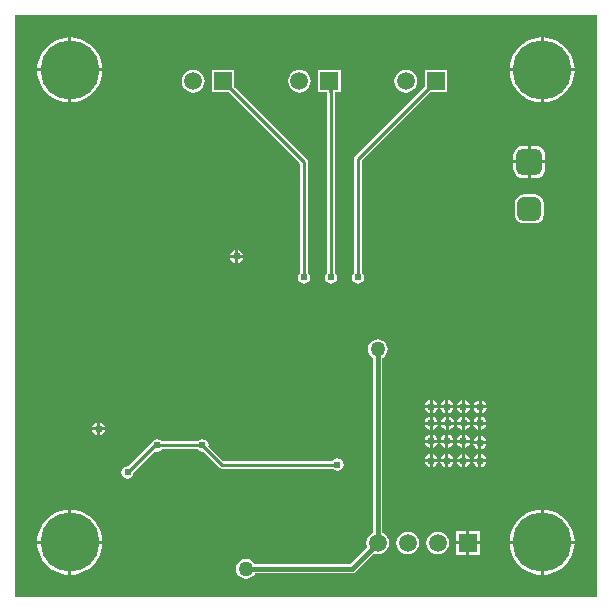
<source format=gbl>
G04*
G04 #@! TF.GenerationSoftware,Altium Limited,Altium Designer,18.1.9 (240)*
G04*
G04 Layer_Physical_Order=2*
G04 Layer_Color=16711680*
%FSLAX25Y25*%
%MOIN*%
G70*
G01*
G75*
%ADD13C,0.01000*%
%ADD45C,0.01500*%
G04:AMPARAMS|DCode=46|XSize=86.61mil|YSize=86.61mil|CornerRadius=21.65mil|HoleSize=0mil|Usage=FLASHONLY|Rotation=270.000|XOffset=0mil|YOffset=0mil|HoleType=Round|Shape=RoundedRectangle|*
%AMROUNDEDRECTD46*
21,1,0.08661,0.04331,0,0,270.0*
21,1,0.04331,0.08661,0,0,270.0*
1,1,0.04331,-0.02165,-0.02165*
1,1,0.04331,-0.02165,0.02165*
1,1,0.04331,0.02165,0.02165*
1,1,0.04331,0.02165,-0.02165*
%
%ADD46ROUNDEDRECTD46*%
G04:AMPARAMS|DCode=47|XSize=78.74mil|YSize=78.74mil|CornerRadius=19.68mil|HoleSize=0mil|Usage=FLASHONLY|Rotation=270.000|XOffset=0mil|YOffset=0mil|HoleType=Round|Shape=RoundedRectangle|*
%AMROUNDEDRECTD47*
21,1,0.07874,0.03937,0,0,270.0*
21,1,0.03937,0.07874,0,0,270.0*
1,1,0.03937,-0.01968,-0.01968*
1,1,0.03937,-0.01968,0.01968*
1,1,0.03937,0.01968,0.01968*
1,1,0.03937,0.01968,-0.01968*
%
%ADD47ROUNDEDRECTD47*%
%ADD48R,0.05906X0.05906*%
%ADD49C,0.05906*%
%ADD50C,0.02400*%
%ADD51C,0.05000*%
%ADD52C,0.19685*%
G36*
X195525Y1326D02*
X1326D01*
Y195525D01*
X195525D01*
Y1326D01*
D02*
G37*
%LPC*%
G36*
X177665Y188002D02*
Y177665D01*
X188002D01*
X187907Y178867D01*
X187509Y180526D01*
X186856Y182103D01*
X185964Y183558D01*
X184856Y184856D01*
X183558Y185964D01*
X182103Y186856D01*
X180526Y187509D01*
X178867Y187908D01*
X177665Y188002D01*
D02*
G37*
G36*
X176665D02*
X175464Y187908D01*
X173804Y187509D01*
X172228Y186856D01*
X170772Y185964D01*
X169475Y184856D01*
X168366Y183558D01*
X167475Y182103D01*
X166822Y180526D01*
X166423Y178867D01*
X166329Y177665D01*
X176665D01*
Y188002D01*
D02*
G37*
G36*
X20185D02*
Y177665D01*
X30522D01*
X30427Y178867D01*
X30029Y180526D01*
X29376Y182103D01*
X28484Y183558D01*
X27376Y184856D01*
X26078Y185964D01*
X24623Y186856D01*
X23046Y187509D01*
X21386Y187908D01*
X20185Y188002D01*
D02*
G37*
G36*
X19185D02*
X17984Y187908D01*
X16324Y187509D01*
X14747Y186856D01*
X13292Y185964D01*
X11994Y184856D01*
X10886Y183558D01*
X9994Y182103D01*
X9341Y180526D01*
X8943Y178867D01*
X8848Y177665D01*
X19185D01*
Y188002D01*
D02*
G37*
G36*
X131732Y177191D02*
X130753Y177062D01*
X129840Y176684D01*
X129056Y176082D01*
X128454Y175298D01*
X128076Y174385D01*
X127947Y173406D01*
X128076Y172426D01*
X128454Y171513D01*
X129056Y170729D01*
X129840Y170128D01*
X130753Y169749D01*
X131732Y169621D01*
X132712Y169749D01*
X133625Y170128D01*
X134409Y170729D01*
X135010Y171513D01*
X135388Y172426D01*
X135517Y173406D01*
X135388Y174385D01*
X135010Y175298D01*
X134409Y176082D01*
X133625Y176684D01*
X132712Y177062D01*
X131732Y177191D01*
D02*
G37*
G36*
X96299D02*
X95319Y177062D01*
X94407Y176684D01*
X93623Y176082D01*
X93021Y175298D01*
X92643Y174385D01*
X92514Y173406D01*
X92643Y172426D01*
X93021Y171513D01*
X93623Y170729D01*
X94407Y170128D01*
X95319Y169749D01*
X96299Y169621D01*
X97279Y169749D01*
X98192Y170128D01*
X98976Y170729D01*
X99577Y171513D01*
X99955Y172426D01*
X100084Y173406D01*
X99955Y174385D01*
X99577Y175298D01*
X98976Y176082D01*
X98192Y176684D01*
X97279Y177062D01*
X96299Y177191D01*
D02*
G37*
G36*
X60866D02*
X59886Y177062D01*
X58974Y176684D01*
X58190Y176082D01*
X57588Y175298D01*
X57210Y174385D01*
X57081Y173406D01*
X57210Y172426D01*
X57588Y171513D01*
X58190Y170729D01*
X58974Y170128D01*
X59886Y169749D01*
X60866Y169621D01*
X61846Y169749D01*
X62759Y170128D01*
X63543Y170729D01*
X64144Y171513D01*
X64522Y172426D01*
X64651Y173406D01*
X64522Y174385D01*
X64144Y175298D01*
X63543Y176082D01*
X62759Y176684D01*
X61846Y177062D01*
X60866Y177191D01*
D02*
G37*
G36*
X188002Y176665D02*
X177665D01*
Y166329D01*
X178867Y166423D01*
X180526Y166822D01*
X182103Y167475D01*
X183558Y168366D01*
X184856Y169475D01*
X185964Y170773D01*
X186856Y172228D01*
X187509Y173804D01*
X187907Y175464D01*
X188002Y176665D01*
D02*
G37*
G36*
X176665D02*
X166329D01*
X166423Y175464D01*
X166822Y173804D01*
X167475Y172228D01*
X168366Y170773D01*
X169475Y169475D01*
X170772Y168366D01*
X172228Y167475D01*
X173804Y166822D01*
X175464Y166423D01*
X176665Y166329D01*
Y176665D01*
D02*
G37*
G36*
X30522D02*
X20185D01*
Y166329D01*
X21386Y166423D01*
X23046Y166822D01*
X24623Y167475D01*
X26078Y168366D01*
X27376Y169475D01*
X28484Y170773D01*
X29376Y172228D01*
X30029Y173804D01*
X30427Y175464D01*
X30522Y176665D01*
D02*
G37*
G36*
X19185D02*
X8848D01*
X8943Y175464D01*
X9341Y173804D01*
X9994Y172228D01*
X10886Y170773D01*
X11994Y169475D01*
X13292Y168366D01*
X14747Y167475D01*
X16324Y166822D01*
X17984Y166423D01*
X19185Y166329D01*
Y176665D01*
D02*
G37*
G36*
X175106Y151858D02*
X173441D01*
Y147000D01*
X178299D01*
Y148665D01*
X178190Y149492D01*
X177871Y150262D01*
X177364Y150923D01*
X176703Y151430D01*
X175933Y151749D01*
X175106Y151858D01*
D02*
G37*
G36*
X172441D02*
X170776D01*
X169949Y151749D01*
X169179Y151430D01*
X168518Y150923D01*
X168011Y150262D01*
X167692Y149492D01*
X167583Y148665D01*
Y147000D01*
X172441D01*
Y151858D01*
D02*
G37*
G36*
X178299Y146000D02*
X173441D01*
Y141142D01*
X175106D01*
X175933Y141251D01*
X176703Y141570D01*
X177364Y142077D01*
X177871Y142738D01*
X178190Y143508D01*
X178299Y144335D01*
Y146000D01*
D02*
G37*
G36*
X172441D02*
X167583D01*
Y144335D01*
X167692Y143508D01*
X168011Y142738D01*
X168518Y142077D01*
X169179Y141570D01*
X169949Y141251D01*
X170776Y141142D01*
X172441D01*
Y146000D01*
D02*
G37*
G36*
X174909Y135670D02*
X170972D01*
X170250Y135575D01*
X169576Y135296D01*
X168998Y134853D01*
X168554Y134274D01*
X168275Y133601D01*
X168180Y132878D01*
Y128941D01*
X168275Y128218D01*
X168554Y127545D01*
X168998Y126966D01*
X169576Y126523D01*
X170250Y126244D01*
X170972Y126149D01*
X174909D01*
X175632Y126244D01*
X176306Y126523D01*
X176884Y126966D01*
X177328Y127545D01*
X177607Y128218D01*
X177702Y128941D01*
Y132878D01*
X177607Y133601D01*
X177328Y134274D01*
X176884Y134853D01*
X176306Y135296D01*
X175632Y135575D01*
X174909Y135670D01*
D02*
G37*
G36*
X75850Y117144D02*
Y115500D01*
X77494D01*
X77423Y115858D01*
X76937Y116586D01*
X76209Y117072D01*
X75850Y117144D01*
D02*
G37*
G36*
X74850D02*
X74492Y117072D01*
X73764Y116586D01*
X73278Y115858D01*
X73207Y115500D01*
X74850D01*
Y117144D01*
D02*
G37*
G36*
X77494Y114500D02*
X75850D01*
Y112856D01*
X76209Y112928D01*
X76937Y113414D01*
X77423Y114142D01*
X77494Y114500D01*
D02*
G37*
G36*
X74850D02*
X73207D01*
X73278Y114142D01*
X73764Y113414D01*
X74492Y112928D01*
X74850Y112856D01*
Y114500D01*
D02*
G37*
G36*
X145485Y177158D02*
X137979D01*
Y171527D01*
X114854Y148402D01*
X114567Y147972D01*
X114466Y147465D01*
Y109520D01*
X114349Y109442D01*
X113907Y108780D01*
X113752Y108000D01*
X113907Y107220D01*
X114349Y106558D01*
X115011Y106116D01*
X115791Y105961D01*
X116572Y106116D01*
X117233Y106558D01*
X117675Y107220D01*
X117831Y108000D01*
X117675Y108780D01*
X117233Y109442D01*
X117117Y109520D01*
Y146916D01*
X139854Y169653D01*
X145485D01*
Y177158D01*
D02*
G37*
G36*
X110052D02*
X102547D01*
Y169653D01*
X105466D01*
Y109520D01*
X105350Y109442D01*
X104907Y108780D01*
X104752Y108000D01*
X104907Y107220D01*
X105350Y106558D01*
X106011Y106116D01*
X106791Y105961D01*
X107572Y106116D01*
X108233Y106558D01*
X108675Y107220D01*
X108831Y108000D01*
X108675Y108780D01*
X108233Y109442D01*
X108117Y109520D01*
Y169653D01*
X110052D01*
Y177158D01*
D02*
G37*
G36*
X74619D02*
X67113D01*
Y169653D01*
X72744D01*
X96466Y145931D01*
Y109520D01*
X96350Y109442D01*
X95907Y108780D01*
X95752Y108000D01*
X95907Y107220D01*
X96350Y106558D01*
X97011Y106116D01*
X97791Y105961D01*
X98572Y106116D01*
X99233Y106558D01*
X99675Y107220D01*
X99831Y108000D01*
X99675Y108780D01*
X99233Y109442D01*
X99117Y109520D01*
Y146480D01*
X99016Y146988D01*
X98729Y147418D01*
X74619Y171527D01*
Y177158D01*
D02*
G37*
G36*
X151445Y67049D02*
Y65406D01*
X153088D01*
X153017Y65764D01*
X152531Y66492D01*
X151803Y66978D01*
X151445Y67049D01*
D02*
G37*
G36*
X150445D02*
X150086Y66978D01*
X149359Y66492D01*
X148872Y65764D01*
X148801Y65406D01*
X150445D01*
Y67049D01*
D02*
G37*
G36*
X145945D02*
Y65406D01*
X147588D01*
X147517Y65764D01*
X147031Y66492D01*
X146303Y66978D01*
X145945Y67049D01*
D02*
G37*
G36*
X144945D02*
X144586Y66978D01*
X143859Y66492D01*
X143372Y65764D01*
X143301Y65406D01*
X144945D01*
Y67049D01*
D02*
G37*
G36*
X140699D02*
Y65406D01*
X142342D01*
X142271Y65764D01*
X141785Y66492D01*
X141057Y66978D01*
X140699Y67049D01*
D02*
G37*
G36*
X139699D02*
X139340Y66978D01*
X138612Y66492D01*
X138126Y65764D01*
X138055Y65406D01*
X139699D01*
Y67049D01*
D02*
G37*
G36*
X157039Y66955D02*
Y65311D01*
X158683D01*
X158612Y65670D01*
X158125Y66397D01*
X157398Y66883D01*
X157039Y66955D01*
D02*
G37*
G36*
X156039D02*
X155681Y66883D01*
X154953Y66397D01*
X154467Y65670D01*
X154396Y65311D01*
X156039D01*
Y66955D01*
D02*
G37*
G36*
X153088Y64406D02*
X151445D01*
Y62762D01*
X151803Y62833D01*
X152531Y63319D01*
X153017Y64047D01*
X153088Y64406D01*
D02*
G37*
G36*
X150445D02*
X148801D01*
X148872Y64047D01*
X149359Y63319D01*
X150086Y62833D01*
X150445Y62762D01*
Y64406D01*
D02*
G37*
G36*
X147588D02*
X145945D01*
Y62762D01*
X146303Y62833D01*
X147031Y63319D01*
X147517Y64047D01*
X147588Y64406D01*
D02*
G37*
G36*
X144945D02*
X143301D01*
X143372Y64047D01*
X143859Y63319D01*
X144586Y62833D01*
X144945Y62762D01*
Y64406D01*
D02*
G37*
G36*
X142342D02*
X140699D01*
Y62762D01*
X141057Y62833D01*
X141785Y63319D01*
X142271Y64047D01*
X142342Y64406D01*
D02*
G37*
G36*
X139699D02*
X138055D01*
X138126Y64047D01*
X138612Y63319D01*
X139340Y62833D01*
X139699Y62762D01*
Y64406D01*
D02*
G37*
G36*
X158683Y64311D02*
X157039D01*
Y62668D01*
X157398Y62739D01*
X158125Y63225D01*
X158612Y63953D01*
X158683Y64311D01*
D02*
G37*
G36*
X156039D02*
X154396D01*
X154467Y63953D01*
X154953Y63225D01*
X155681Y62739D01*
X156039Y62668D01*
Y64311D01*
D02*
G37*
G36*
X156945Y61549D02*
Y59906D01*
X158588D01*
X158517Y60264D01*
X158031Y60992D01*
X157303Y61478D01*
X156945Y61549D01*
D02*
G37*
G36*
X155945D02*
X155586Y61478D01*
X154859Y60992D01*
X154373Y60264D01*
X154301Y59906D01*
X155945D01*
Y61549D01*
D02*
G37*
G36*
X151539D02*
Y59906D01*
X153183D01*
X153112Y60264D01*
X152625Y60992D01*
X151898Y61478D01*
X151539Y61549D01*
D02*
G37*
G36*
X150539D02*
X150181Y61478D01*
X149453Y60992D01*
X148967Y60264D01*
X148896Y59906D01*
X150539D01*
Y61549D01*
D02*
G37*
G36*
X146199D02*
Y59906D01*
X147842D01*
X147771Y60264D01*
X147285Y60992D01*
X146557Y61478D01*
X146199Y61549D01*
D02*
G37*
G36*
X145199D02*
X144840Y61478D01*
X144113Y60992D01*
X143626Y60264D01*
X143555Y59906D01*
X145199D01*
Y61549D01*
D02*
G37*
G36*
X140677D02*
Y59906D01*
X142321D01*
X142249Y60264D01*
X141763Y60992D01*
X141035Y61478D01*
X140677Y61549D01*
D02*
G37*
G36*
X139677D02*
X139319Y61478D01*
X138591Y60992D01*
X138105Y60264D01*
X138033Y59906D01*
X139677D01*
Y61549D01*
D02*
G37*
G36*
X29850Y59644D02*
Y58000D01*
X31494D01*
X31423Y58358D01*
X30937Y59086D01*
X30209Y59572D01*
X29850Y59644D01*
D02*
G37*
G36*
X28850D02*
X28492Y59572D01*
X27764Y59086D01*
X27278Y58358D01*
X27207Y58000D01*
X28850D01*
Y59644D01*
D02*
G37*
G36*
X158588Y58906D02*
X156945D01*
Y57262D01*
X157303Y57333D01*
X158031Y57819D01*
X158517Y58547D01*
X158588Y58906D01*
D02*
G37*
G36*
X155945D02*
X154301D01*
X154373Y58547D01*
X154859Y57819D01*
X155586Y57333D01*
X155945Y57262D01*
Y58906D01*
D02*
G37*
G36*
X153183D02*
X151539D01*
Y57262D01*
X151898Y57333D01*
X152625Y57819D01*
X153112Y58547D01*
X153183Y58906D01*
D02*
G37*
G36*
X150539D02*
X148896D01*
X148967Y58547D01*
X149453Y57819D01*
X150181Y57333D01*
X150539Y57262D01*
Y58906D01*
D02*
G37*
G36*
X147842D02*
X146199D01*
Y57262D01*
X146557Y57333D01*
X147285Y57819D01*
X147771Y58547D01*
X147842Y58906D01*
D02*
G37*
G36*
X145199D02*
X143555D01*
X143626Y58547D01*
X144113Y57819D01*
X144840Y57333D01*
X145199Y57262D01*
Y58906D01*
D02*
G37*
G36*
X142321D02*
X140677D01*
Y57262D01*
X141035Y57333D01*
X141763Y57819D01*
X142249Y58547D01*
X142321Y58906D01*
D02*
G37*
G36*
X139677D02*
X138033D01*
X138105Y58547D01*
X138591Y57819D01*
X139319Y57333D01*
X139677Y57262D01*
Y58906D01*
D02*
G37*
G36*
X31494Y57000D02*
X29850D01*
Y55356D01*
X30209Y55428D01*
X30937Y55914D01*
X31423Y56642D01*
X31494Y57000D01*
D02*
G37*
G36*
X28850D02*
X27207D01*
X27278Y56642D01*
X27764Y55914D01*
X28492Y55428D01*
X28850Y55356D01*
Y57000D01*
D02*
G37*
G36*
X151445Y55549D02*
Y53906D01*
X153088D01*
X153017Y54264D01*
X152531Y54992D01*
X151803Y55478D01*
X151445Y55549D01*
D02*
G37*
G36*
X150445D02*
X150086Y55478D01*
X149359Y54992D01*
X148872Y54264D01*
X148801Y53906D01*
X150445D01*
Y55549D01*
D02*
G37*
G36*
X145945D02*
Y53906D01*
X147588D01*
X147517Y54264D01*
X147031Y54992D01*
X146303Y55478D01*
X145945Y55549D01*
D02*
G37*
G36*
X144945D02*
X144586Y55478D01*
X143859Y54992D01*
X143372Y54264D01*
X143301Y53906D01*
X144945D01*
Y55549D01*
D02*
G37*
G36*
X140677D02*
Y53906D01*
X142321D01*
X142249Y54264D01*
X141763Y54992D01*
X141035Y55478D01*
X140677Y55549D01*
D02*
G37*
G36*
X139677D02*
X139319Y55478D01*
X138591Y54992D01*
X138105Y54264D01*
X138033Y53906D01*
X139677D01*
Y55549D01*
D02*
G37*
G36*
X156945Y55049D02*
Y53406D01*
X158588D01*
X158517Y53764D01*
X158031Y54492D01*
X157303Y54978D01*
X156945Y55049D01*
D02*
G37*
G36*
X155945D02*
X155586Y54978D01*
X154859Y54492D01*
X154373Y53764D01*
X154301Y53406D01*
X155945D01*
Y55049D01*
D02*
G37*
G36*
X63945Y54039D02*
X63164Y53884D01*
X62503Y53442D01*
X62425Y53325D01*
X50464D01*
X50387Y53442D01*
X49725Y53884D01*
X48945Y54039D01*
X48164Y53884D01*
X47503Y53442D01*
X47249Y53061D01*
X47063Y52937D01*
X39137Y45012D01*
X39000Y45039D01*
X38220Y44884D01*
X37558Y44442D01*
X37116Y43780D01*
X36961Y43000D01*
X37116Y42220D01*
X37558Y41558D01*
X38220Y41116D01*
X39000Y40961D01*
X39780Y41116D01*
X40442Y41558D01*
X40884Y42220D01*
X41039Y43000D01*
X41012Y43137D01*
X48060Y50186D01*
X48164Y50116D01*
X48945Y49961D01*
X49725Y50116D01*
X50387Y50558D01*
X50464Y50674D01*
X62425D01*
X62503Y50558D01*
X63164Y50116D01*
X63945Y49961D01*
X64082Y49988D01*
X69401Y44669D01*
X69831Y44382D01*
X70338Y44281D01*
X107413D01*
X107491Y44164D01*
X108153Y43722D01*
X108933Y43567D01*
X109713Y43722D01*
X110375Y44164D01*
X110817Y44826D01*
X110972Y45606D01*
X110817Y46387D01*
X110375Y47048D01*
X109713Y47490D01*
X108933Y47646D01*
X108153Y47490D01*
X107491Y47048D01*
X107413Y46932D01*
X70887D01*
X65957Y51863D01*
X65984Y52000D01*
X65829Y52780D01*
X65387Y53442D01*
X64725Y53884D01*
X63945Y54039D01*
D02*
G37*
G36*
X153088Y52906D02*
X151445D01*
Y51262D01*
X151803Y51333D01*
X152531Y51819D01*
X153017Y52547D01*
X153088Y52906D01*
D02*
G37*
G36*
X150445D02*
X148801D01*
X148872Y52547D01*
X149359Y51819D01*
X150086Y51333D01*
X150445Y51262D01*
Y52906D01*
D02*
G37*
G36*
X147588D02*
X145945D01*
Y51262D01*
X146303Y51333D01*
X147031Y51819D01*
X147517Y52547D01*
X147588Y52906D01*
D02*
G37*
G36*
X144945D02*
X143301D01*
X143372Y52547D01*
X143859Y51819D01*
X144586Y51333D01*
X144945Y51262D01*
Y52906D01*
D02*
G37*
G36*
X142321D02*
X140677D01*
Y51262D01*
X141035Y51333D01*
X141763Y51819D01*
X142249Y52547D01*
X142321Y52906D01*
D02*
G37*
G36*
X139677D02*
X138033D01*
X138105Y52547D01*
X138591Y51819D01*
X139319Y51333D01*
X139677Y51262D01*
Y52906D01*
D02*
G37*
G36*
X158588Y52406D02*
X156945D01*
Y50762D01*
X157303Y50833D01*
X158031Y51319D01*
X158517Y52047D01*
X158588Y52406D01*
D02*
G37*
G36*
X155945D02*
X154301D01*
X154373Y52047D01*
X154859Y51319D01*
X155586Y50833D01*
X155945Y50762D01*
Y52406D01*
D02*
G37*
G36*
X156945Y49049D02*
Y47406D01*
X158588D01*
X158517Y47764D01*
X158031Y48492D01*
X157303Y48978D01*
X156945Y49049D01*
D02*
G37*
G36*
X155945D02*
X155586Y48978D01*
X154859Y48492D01*
X154373Y47764D01*
X154301Y47406D01*
X155945D01*
Y49049D01*
D02*
G37*
G36*
X151445D02*
Y47406D01*
X153088D01*
X153017Y47764D01*
X152531Y48492D01*
X151803Y48978D01*
X151445Y49049D01*
D02*
G37*
G36*
X150445D02*
X150086Y48978D01*
X149359Y48492D01*
X148872Y47764D01*
X148801Y47406D01*
X150445D01*
Y49049D01*
D02*
G37*
G36*
X145945D02*
Y47406D01*
X147588D01*
X147517Y47764D01*
X147031Y48492D01*
X146303Y48978D01*
X145945Y49049D01*
D02*
G37*
G36*
X144945D02*
X144586Y48978D01*
X143859Y48492D01*
X143372Y47764D01*
X143301Y47406D01*
X144945D01*
Y49049D01*
D02*
G37*
G36*
X140677D02*
Y47406D01*
X142321D01*
X142249Y47764D01*
X141763Y48492D01*
X141035Y48978D01*
X140677Y49049D01*
D02*
G37*
G36*
X139677D02*
X139319Y48978D01*
X138591Y48492D01*
X138105Y47764D01*
X138033Y47406D01*
X139677D01*
Y49049D01*
D02*
G37*
G36*
X158588Y46406D02*
X156945D01*
Y44762D01*
X157303Y44833D01*
X158031Y45320D01*
X158517Y46047D01*
X158588Y46406D01*
D02*
G37*
G36*
X155945D02*
X154301D01*
X154373Y46047D01*
X154859Y45320D01*
X155586Y44833D01*
X155945Y44762D01*
Y46406D01*
D02*
G37*
G36*
X153088D02*
X151445D01*
Y44762D01*
X151803Y44833D01*
X152531Y45320D01*
X153017Y46047D01*
X153088Y46406D01*
D02*
G37*
G36*
X150445D02*
X148801D01*
X148872Y46047D01*
X149359Y45320D01*
X150086Y44833D01*
X150445Y44762D01*
Y46406D01*
D02*
G37*
G36*
X147588D02*
X145945D01*
Y44762D01*
X146303Y44833D01*
X147031Y45320D01*
X147517Y46047D01*
X147588Y46406D01*
D02*
G37*
G36*
X144945D02*
X143301D01*
X143372Y46047D01*
X143859Y45320D01*
X144586Y44833D01*
X144945Y44762D01*
Y46406D01*
D02*
G37*
G36*
X142321D02*
X140677D01*
Y44762D01*
X141035Y44833D01*
X141763Y45320D01*
X142249Y46047D01*
X142321Y46406D01*
D02*
G37*
G36*
X139677D02*
X138033D01*
X138105Y46047D01*
X138591Y45320D01*
X139319Y44833D01*
X139677Y44762D01*
Y46406D01*
D02*
G37*
G36*
X177665Y30522D02*
Y20185D01*
X188002D01*
X187907Y21386D01*
X187509Y23046D01*
X186856Y24623D01*
X185964Y26078D01*
X184856Y27376D01*
X183558Y28484D01*
X182103Y29376D01*
X180526Y30029D01*
X178867Y30427D01*
X177665Y30522D01*
D02*
G37*
G36*
X176665D02*
X175464Y30427D01*
X173804Y30029D01*
X172228Y29376D01*
X170772Y28484D01*
X169475Y27376D01*
X168366Y26078D01*
X167475Y24623D01*
X166822Y23046D01*
X166423Y21386D01*
X166329Y20185D01*
X176665D01*
Y30522D01*
D02*
G37*
G36*
X20185D02*
Y20185D01*
X30522D01*
X30427Y21386D01*
X30029Y23046D01*
X29376Y24623D01*
X28484Y26078D01*
X27376Y27376D01*
X26078Y28484D01*
X24623Y29376D01*
X23046Y30029D01*
X21386Y30427D01*
X20185Y30522D01*
D02*
G37*
G36*
X19185D02*
X17984Y30427D01*
X16324Y30029D01*
X14747Y29376D01*
X13292Y28484D01*
X11994Y27376D01*
X10886Y26078D01*
X9994Y24623D01*
X9341Y23046D01*
X8943Y21386D01*
X8848Y20185D01*
X19185D01*
Y30522D01*
D02*
G37*
G36*
X156303Y23453D02*
X152850D01*
Y20000D01*
X156303D01*
Y23453D01*
D02*
G37*
G36*
X151850D02*
X148398D01*
Y20000D01*
X151850D01*
Y23453D01*
D02*
G37*
G36*
X142350Y23285D02*
X141371Y23156D01*
X140458Y22778D01*
X139674Y22176D01*
X139072Y21393D01*
X138694Y20480D01*
X138565Y19500D01*
X138694Y18520D01*
X139072Y17607D01*
X139674Y16824D01*
X140458Y16222D01*
X141371Y15844D01*
X142350Y15715D01*
X143330Y15844D01*
X144243Y16222D01*
X145027Y16824D01*
X145628Y17607D01*
X146007Y18520D01*
X146135Y19500D01*
X146007Y20480D01*
X145628Y21393D01*
X145027Y22176D01*
X144243Y22778D01*
X143330Y23156D01*
X142350Y23285D01*
D02*
G37*
G36*
X132350D02*
X131371Y23156D01*
X130458Y22778D01*
X129674Y22176D01*
X129072Y21393D01*
X128694Y20480D01*
X128565Y19500D01*
X128694Y18520D01*
X129072Y17607D01*
X129674Y16824D01*
X130458Y16222D01*
X131371Y15844D01*
X132350Y15715D01*
X133330Y15844D01*
X134243Y16222D01*
X135027Y16824D01*
X135628Y17607D01*
X136006Y18520D01*
X136135Y19500D01*
X136006Y20480D01*
X135628Y21393D01*
X135027Y22176D01*
X134243Y22778D01*
X133330Y23156D01*
X132350Y23285D01*
D02*
G37*
G36*
X122350Y87328D02*
X121489Y87215D01*
X120686Y86883D01*
X119997Y86354D01*
X119468Y85664D01*
X119135Y84861D01*
X119022Y84000D01*
X119135Y83139D01*
X119468Y82336D01*
X119997Y81646D01*
X120686Y81117D01*
X120770Y81083D01*
Y22907D01*
X120458Y22778D01*
X119674Y22176D01*
X119072Y21393D01*
X118694Y20480D01*
X118565Y19500D01*
X118694Y18520D01*
X118824Y18208D01*
X113101Y12486D01*
X81362D01*
X81327Y12570D01*
X80798Y13259D01*
X80109Y13788D01*
X79306Y14121D01*
X78445Y14234D01*
X77583Y14121D01*
X76781Y13788D01*
X76091Y13259D01*
X75562Y12570D01*
X75230Y11767D01*
X75116Y10906D01*
X75230Y10044D01*
X75562Y9241D01*
X76091Y8552D01*
X76781Y8023D01*
X77583Y7690D01*
X78445Y7577D01*
X79306Y7690D01*
X80109Y8023D01*
X80798Y8552D01*
X81327Y9241D01*
X81362Y9325D01*
X113756D01*
X114361Y9445D01*
X114874Y9788D01*
X121058Y15973D01*
X121371Y15844D01*
X122350Y15715D01*
X123330Y15844D01*
X124243Y16222D01*
X125027Y16824D01*
X125628Y17607D01*
X126006Y18520D01*
X126136Y19500D01*
X126006Y20480D01*
X125628Y21393D01*
X125027Y22176D01*
X124243Y22778D01*
X123931Y22907D01*
Y81083D01*
X124015Y81117D01*
X124704Y81646D01*
X125233Y82336D01*
X125566Y83139D01*
X125679Y84000D01*
X125566Y84861D01*
X125233Y85664D01*
X124704Y86354D01*
X124015Y86883D01*
X123212Y87215D01*
X122350Y87328D01*
D02*
G37*
G36*
X156303Y19000D02*
X152850D01*
Y15547D01*
X156303D01*
Y19000D01*
D02*
G37*
G36*
X151850D02*
X148398D01*
Y15547D01*
X151850D01*
Y19000D01*
D02*
G37*
G36*
X188002Y19185D02*
X177665D01*
Y8848D01*
X178867Y8943D01*
X180526Y9341D01*
X182103Y9994D01*
X183558Y10886D01*
X184856Y11994D01*
X185964Y13292D01*
X186856Y14747D01*
X187509Y16324D01*
X187907Y17984D01*
X188002Y19185D01*
D02*
G37*
G36*
X176665D02*
X166329D01*
X166423Y17984D01*
X166822Y16324D01*
X167475Y14747D01*
X168366Y13292D01*
X169475Y11994D01*
X170772Y10886D01*
X172228Y9994D01*
X173804Y9341D01*
X175464Y8943D01*
X176665Y8848D01*
Y19185D01*
D02*
G37*
G36*
X30522D02*
X20185D01*
Y8848D01*
X21386Y8943D01*
X23046Y9341D01*
X24623Y9994D01*
X26078Y10886D01*
X27376Y11994D01*
X28484Y13292D01*
X29376Y14747D01*
X30029Y16324D01*
X30427Y17984D01*
X30522Y19185D01*
D02*
G37*
G36*
X19185D02*
X8848D01*
X8943Y17984D01*
X9341Y16324D01*
X9994Y14747D01*
X10886Y13292D01*
X11994Y11994D01*
X13292Y10886D01*
X14747Y9994D01*
X16324Y9341D01*
X17984Y8943D01*
X19185Y8848D01*
Y19185D01*
D02*
G37*
%LPD*%
G36*
X107696Y170455D02*
X107611Y170425D01*
X107536Y170375D01*
X107471Y170305D01*
X107416Y170215D01*
X107371Y170105D01*
X107336Y169975D01*
X107311Y169825D01*
X107296Y169655D01*
X107291Y169465D01*
X106291D01*
X106286Y169655D01*
X106271Y169825D01*
X106246Y169975D01*
X106211Y170105D01*
X106166Y170215D01*
X106111Y170305D01*
X106046Y170375D01*
X105971Y170425D01*
X105886Y170455D01*
X105791Y170465D01*
X107791D01*
X107696Y170455D01*
D02*
G37*
D13*
X39000Y43000D02*
X48000Y52000D01*
X48945D01*
X63945D01*
X70338Y45606D02*
X108933D01*
X63945Y52000D02*
X70338Y45606D01*
X70866Y173406D02*
X97791Y146480D01*
Y108000D02*
Y146480D01*
X106791Y108000D02*
Y172913D01*
X106299Y173406D02*
X106791Y172913D01*
X115791Y108000D02*
Y147465D01*
X141732Y173406D01*
D45*
X113756Y10906D02*
X122350Y19500D01*
X78445Y10906D02*
X113756D01*
X122350Y19500D02*
Y84000D01*
D46*
X172941Y146500D02*
D03*
D47*
Y130910D02*
D03*
D48*
X152350Y19500D02*
D03*
X141732Y173406D02*
D03*
X106299D02*
D03*
X70866D02*
D03*
D49*
X142350Y19500D02*
D03*
X132350D02*
D03*
X122350D02*
D03*
X131732Y173406D02*
D03*
X96299D02*
D03*
X60866D02*
D03*
D50*
X48945Y52000D02*
D03*
X39000Y43000D02*
D03*
X63945Y52000D02*
D03*
X115791Y108000D02*
D03*
X106791D02*
D03*
X97791D02*
D03*
X75350Y115000D02*
D03*
X108933Y45606D02*
D03*
X156539Y64811D02*
D03*
X140199Y64906D02*
D03*
X145699Y59406D02*
D03*
X151039D02*
D03*
X140177D02*
D03*
X29350Y57500D02*
D03*
X140177Y46906D02*
D03*
X145445D02*
D03*
X150945D02*
D03*
X156445D02*
D03*
Y52906D02*
D03*
X150945Y53406D02*
D03*
X145445D02*
D03*
X140177D02*
D03*
X156445Y59406D02*
D03*
X150945Y64906D02*
D03*
X145445D02*
D03*
D51*
X122350Y84000D02*
D03*
X78445Y10906D02*
D03*
D52*
X19685Y19685D02*
D03*
Y177165D02*
D03*
X177165Y19685D02*
D03*
Y177165D02*
D03*
M02*

</source>
